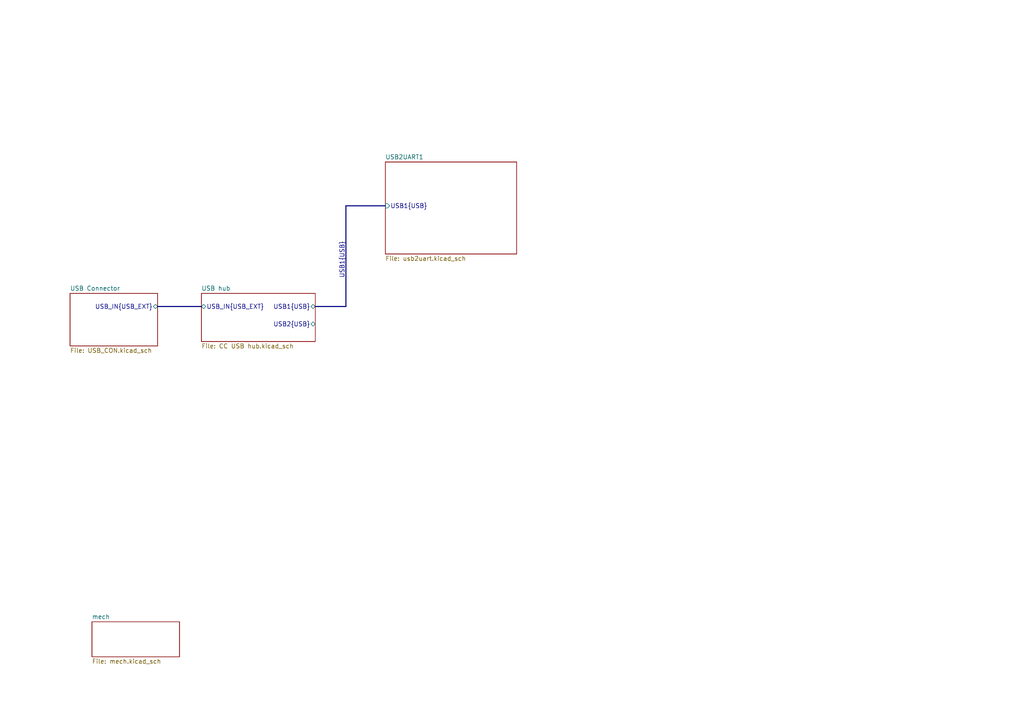
<source format=kicad_sch>
(kicad_sch
	(version 20231120)
	(generator "eeschema")
	(generator_version "8.0")
	(uuid "333523da-fbe0-4b62-b707-15c1b23f3b41")
	(paper "A4")
	(lib_symbols)
	(bus
		(pts
			(xy 91.44 88.9) (xy 100.33 88.9)
		)
		(stroke
			(width 0)
			(type default)
		)
		(uuid "3ae37607-0eb5-4e9d-bd1e-defaa7fc715b")
	)
	(bus
		(pts
			(xy 100.33 88.9) (xy 100.33 59.69)
		)
		(stroke
			(width 0)
			(type default)
		)
		(uuid "4f109ee4-8262-426a-95e8-bddb698d0fdc")
	)
	(bus
		(pts
			(xy 100.33 59.69) (xy 111.76 59.69)
		)
		(stroke
			(width 0)
			(type default)
		)
		(uuid "7c78f087-0770-47af-b1c3-7e0a5d02df1e")
	)
	(bus
		(pts
			(xy 45.72 88.9) (xy 58.42 88.9)
		)
		(stroke
			(width 0)
			(type default)
		)
		(uuid "c72c882f-a686-4f50-a305-e7b445b12561")
	)
	(label "USB1{USB}"
		(at 100.33 69.85 270)
		(fields_autoplaced yes)
		(effects
			(font
				(size 1.27 1.27)
			)
			(justify right bottom)
		)
		(uuid "2c70eecb-0506-474d-b981-6bacf87d6f1e")
	)
	(sheet
		(at 20.32 85.09)
		(size 25.4 15.24)
		(fields_autoplaced yes)
		(stroke
			(width 0.1524)
			(type solid)
		)
		(fill
			(color 0 0 0 0.0000)
		)
		(uuid "15110b20-d110-4276-b182-6ec5152680bc")
		(property "Sheetname" "USB Connector"
			(at 20.32 84.3784 0)
			(effects
				(font
					(size 1.27 1.27)
				)
				(justify left bottom)
			)
		)
		(property "Sheetfile" "USB_CON.kicad_sch"
			(at 20.32 100.9146 0)
			(effects
				(font
					(size 1.27 1.27)
				)
				(justify left top)
			)
		)
		(pin "USB_IN{USB_EXT}" bidirectional
			(at 45.72 88.9 0)
			(effects
				(font
					(size 1.27 1.27)
				)
				(justify right)
			)
			(uuid "00fd5ed2-6b9e-437d-bc86-c8f41c2710d2")
		)
		(instances
			(project "CC_Debug"
				(path "/333523da-fbe0-4b62-b707-15c1b23f3b41"
					(page "3")
				)
			)
		)
	)
	(sheet
		(at 58.42 85.09)
		(size 33.02 13.97)
		(fields_autoplaced yes)
		(stroke
			(width 0.1524)
			(type solid)
		)
		(fill
			(color 0 0 0 0.0000)
		)
		(uuid "31542dab-9c61-4595-8293-40a7ee8bdc51")
		(property "Sheetname" "USB hub"
			(at 58.42 84.3784 0)
			(effects
				(font
					(size 1.27 1.27)
				)
				(justify left bottom)
			)
		)
		(property "Sheetfile" "CC USB hub.kicad_sch"
			(at 58.42 99.6446 0)
			(effects
				(font
					(size 1.27 1.27)
				)
				(justify left top)
			)
		)
		(pin "USB2{USB}" bidirectional
			(at 91.44 93.98 0)
			(effects
				(font
					(size 1.27 1.27)
				)
				(justify right)
			)
			(uuid "d745c8c4-86fb-4e43-82f2-4492cea48074")
		)
		(pin "USB1{USB}" bidirectional
			(at 91.44 88.9 0)
			(effects
				(font
					(size 1.27 1.27)
				)
				(justify right)
			)
			(uuid "1a5b77f1-19dc-460d-8e42-aac53f3d08cd")
		)
		(pin "USB_IN{USB_EXT}" bidirectional
			(at 58.42 88.9 180)
			(effects
				(font
					(size 1.27 1.27)
				)
				(justify left)
			)
			(uuid "de244a39-15b9-4984-8042-371e8c5447d3")
		)
		(instances
			(project "CC_Debug"
				(path "/333523da-fbe0-4b62-b707-15c1b23f3b41"
					(page "2")
				)
			)
		)
	)
	(sheet
		(at 26.67 180.34)
		(size 25.4 10.16)
		(fields_autoplaced yes)
		(stroke
			(width 0.1524)
			(type solid)
		)
		(fill
			(color 0 0 0 0.0000)
		)
		(uuid "6ff1f151-1e22-476b-9bbd-a704725d6735")
		(property "Sheetname" "mech"
			(at 26.67 179.6284 0)
			(effects
				(font
					(size 1.27 1.27)
				)
				(justify left bottom)
			)
		)
		(property "Sheetfile" "mech.kicad_sch"
			(at 26.67 191.0846 0)
			(effects
				(font
					(size 1.27 1.27)
				)
				(justify left top)
			)
		)
		(instances
			(project "CC_Debug"
				(path "/333523da-fbe0-4b62-b707-15c1b23f3b41"
					(page "4")
				)
			)
		)
	)
	(sheet
		(at 111.76 46.99)
		(size 38.1 26.67)
		(fields_autoplaced yes)
		(stroke
			(width 0.1524)
			(type solid)
		)
		(fill
			(color 0 0 0 0.0000)
		)
		(uuid "94c11654-df98-40df-80fb-fde9e439ebc2")
		(property "Sheetname" "USB2UART1"
			(at 111.76 46.2784 0)
			(effects
				(font
					(size 1.27 1.27)
				)
				(justify left bottom)
			)
		)
		(property "Sheetfile" "usb2uart.kicad_sch"
			(at 111.76 74.2446 0)
			(effects
				(font
					(size 1.27 1.27)
				)
				(justify left top)
			)
		)
		(pin "USB1{USB}" input
			(at 111.76 59.69 180)
			(effects
				(font
					(size 1.27 1.27)
				)
				(justify left)
			)
			(uuid "821eee68-1cba-43d0-a978-0b5d00c826a6")
		)
		(instances
			(project "CC_Debug"
				(path "/333523da-fbe0-4b62-b707-15c1b23f3b41"
					(page "5")
				)
			)
		)
	)
	(sheet_instances
		(path "/"
			(page "1")
		)
	)
)
</source>
